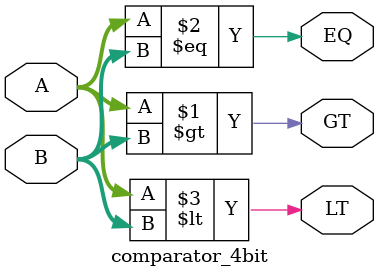
<source format=sv>
module comparator_4bit(input [3:0] A, input [3:0] B, output GT, output EQ, output LT);
  assign GT = (A > B);
  assign EQ = (A == B);
  assign LT = (A < B);
endmodule

</source>
